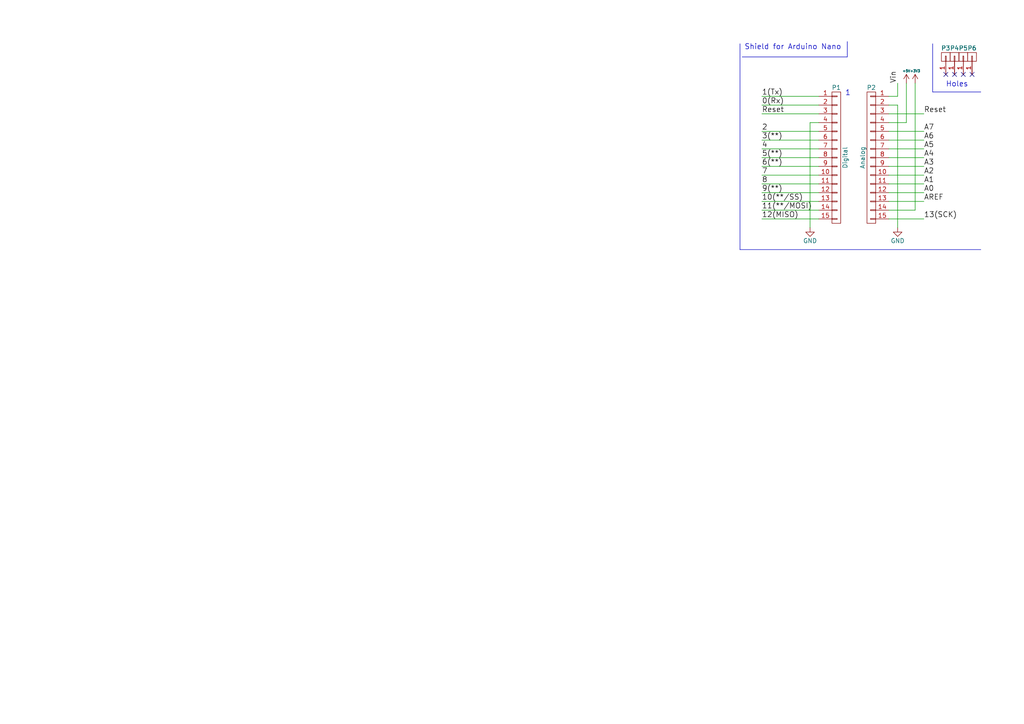
<source format=kicad_sch>
(kicad_sch (version 20230121) (generator eeschema)
  (paper "A4")
  (title_block (date "jeu. 02 avril 2015"))
  (lib_symbols
    (symbol "Arduino_Nano-rescue:+3.3V" (power) (pin_names (offset 0))
      (property "Value" "+3.3V" (at 0 3.556 0))
      (symbol "+3.3V_0_1"
        (polyline (pts (xy -0.762 1.27) (xy 0 2.54)))
        (polyline (pts (xy 0 0) (xy 0 2.54)))
        (polyline (pts (xy 0 2.54) (xy 0.762 1.27)))
      )
      (symbol "+3.3V_1_1"
        (pin power_in line (at 0 0 90) (length 0) hide (name "+3V3") (number "1"))
      )
    )
    (symbol "Arduino_Nano-rescue:+5V" (power) (pin_names (offset 0))
      (property "Value" "+5V" (at 0 3.556 0))
      (symbol "+5V_0_1"
        (polyline (pts (xy -0.762 1.27) (xy 0 2.54)))
        (polyline (pts (xy 0 0) (xy 0 2.54)))
        (polyline (pts (xy 0 2.54) (xy 0.762 1.27)))
      )
      (symbol "+5V_1_1"
        (pin power_in line (at 0 0 90) (length 0) hide (name "+5V") (number "1"))
      )
    )
    (symbol "Arduino_Nano-rescue:CONN_01X01" (pin_names (offset 1.016) hide)
      (property "Reference" "P" (at 0 2.54 0))
      (property "Value" "CONN_01X01" (at 2.54 0 90))
      (symbol "CONN_01X01_0_1"
        (rectangle (start -1.27 0.127) (end 0.254 -0.127))
        (rectangle (start -1.27 1.27) (end 1.27 -1.27))
      )
      (symbol "CONN_01X01_1_1"
        (pin passive line (at -5.08 0 0) (length 3.81) (name "P1") (number "1"))
      )
    )
    (symbol "Arduino_Nano-rescue:CONN_01X15" (pin_names (offset 1.016) hide)
      (property "Reference" "P" (at 0 20.32 0))
      (property "Value" "CONN_01X15" (at 2.54 0 90))
      (symbol "CONN_01X15_0_1"
        (rectangle (start -1.27 -17.653) (end 0.254 -17.907))
        (rectangle (start -1.27 -15.113) (end 0.254 -15.367))
        (rectangle (start -1.27 -12.573) (end 0.254 -12.827))
        (rectangle (start -1.27 -10.033) (end 0.254 -10.287))
        (rectangle (start -1.27 -7.493) (end 0.254 -7.747))
        (rectangle (start -1.27 -4.953) (end 0.254 -5.207))
        (rectangle (start -1.27 -2.413) (end 0.254 -2.667))
        (rectangle (start -1.27 0.127) (end 0.254 -0.127))
        (rectangle (start -1.27 2.667) (end 0.254 2.413))
        (rectangle (start -1.27 5.207) (end 0.254 4.953))
        (rectangle (start -1.27 7.747) (end 0.254 7.493))
        (rectangle (start -1.27 10.287) (end 0.254 10.033))
        (rectangle (start -1.27 12.827) (end 0.254 12.573))
        (rectangle (start -1.27 15.367) (end 0.254 15.113))
        (rectangle (start -1.27 17.907) (end 0.254 17.653))
        (rectangle (start -1.27 19.05) (end 1.27 -19.05))
      )
      (symbol "CONN_01X15_1_1"
        (pin passive line (at -5.08 17.78 0) (length 3.81) (name "P1") (number "1"))
        (pin passive line (at -5.08 -5.08 0) (length 3.81) (name "P10") (number "10"))
        (pin passive line (at -5.08 -7.62 0) (length 3.81) (name "P11") (number "11"))
        (pin passive line (at -5.08 -10.16 0) (length 3.81) (name "P12") (number "12"))
        (pin passive line (at -5.08 -12.7 0) (length 3.81) (name "P13") (number "13"))
        (pin passive line (at -5.08 -15.24 0) (length 3.81) (name "P14") (number "14"))
        (pin passive line (at -5.08 -17.78 0) (length 3.81) (name "P15") (number "15"))
        (pin passive line (at -5.08 15.24 0) (length 3.81) (name "P2") (number "2"))
        (pin passive line (at -5.08 12.7 0) (length 3.81) (name "P3") (number "3"))
        (pin passive line (at -5.08 10.16 0) (length 3.81) (name "P4") (number "4"))
        (pin passive line (at -5.08 7.62 0) (length 3.81) (name "P5") (number "5"))
        (pin passive line (at -5.08 5.08 0) (length 3.81) (name "P6") (number "6"))
        (pin passive line (at -5.08 2.54 0) (length 3.81) (name "P7") (number "7"))
        (pin passive line (at -5.08 0 0) (length 3.81) (name "P8") (number "8"))
        (pin passive line (at -5.08 -2.54 0) (length 3.81) (name "P9") (number "9"))
      )
    )
    (symbol "Arduino_Nano-rescue:GND" (power) (pin_names (offset 0))
      (property "Value" "GND" (at 0 -3.81 0))
      (symbol "GND_0_1"
        (polyline (pts (xy 0 0) (xy 0 -1.27) (xy 1.27 -1.27) (xy 0 -2.54) (xy -1.27 -1.27) (xy 0 -1.27)))
      )
      (symbol "GND_1_1"
        (pin power_in line (at 0 0 270) (length 0) hide (name "GND") (number "1"))
      )
    )
  )
  (no_connect (at 276.86 21.59))
  (no_connect (at 281.94 21.59))
  (no_connect (at 274.32 21.59))
  (no_connect (at 279.4 21.59))
  (wire (pts (xy 220.98 43.18) (xy 237.49 43.18)))
  (wire (pts (xy 260.35 66.04) (xy 260.35 30.48)))
  (wire (pts (xy 220.98 58.42) (xy 237.49 58.42)))
  (wire (pts (xy 267.97 33.02) (xy 257.81 33.02)))
  (wire (pts (xy 237.49 33.02) (xy 220.98 33.02)))
  (wire (pts (xy 257.81 63.5) (xy 267.97 63.5)))
  (wire (pts (xy 237.49 50.8) (xy 220.98 50.8)))
  (wire (pts (xy 267.97 43.18) (xy 257.81 43.18)))
  (polyline (pts (xy 284.48 26.67) (xy 270.51 26.67)))
  (wire (pts (xy 257.81 53.34) (xy 267.97 53.34)))
  (wire (pts (xy 234.95 35.56) (xy 234.95 66.04)))
  (polyline (pts (xy 214.63 72.39) (xy 214.63 12.7)))
  (wire (pts (xy 257.81 27.94) (xy 260.35 27.94)))
  (polyline (pts (xy 245.745 16.51) (xy 245.745 12.065)))
  (wire (pts (xy 267.97 50.8) (xy 257.81 50.8)))
  (wire (pts (xy 220.98 63.5) (xy 237.49 63.5)))
  (polyline (pts (xy 270.51 26.67) (xy 270.51 12.7)))
  (wire (pts (xy 257.81 45.72) (xy 267.97 45.72)))
  (wire (pts (xy 237.49 35.56) (xy 234.95 35.56)))
  (wire (pts (xy 267.97 40.64) (xy 257.81 40.64)))
  (wire (pts (xy 260.35 30.48) (xy 257.81 30.48)))
  (wire (pts (xy 220.98 53.34) (xy 237.49 53.34)))
  (wire (pts (xy 265.43 60.96) (xy 257.81 60.96)))
  (wire (pts (xy 267.97 48.26) (xy 257.81 48.26)))
  (wire (pts (xy 237.49 55.88) (xy 220.98 55.88)))
  (wire (pts (xy 257.81 38.1) (xy 267.97 38.1)))
  (polyline (pts (xy 215.265 16.51) (xy 245.745 16.51)))
  (wire (pts (xy 262.89 24.13) (xy 262.89 35.56)))
  (wire (pts (xy 237.49 27.94) (xy 220.98 27.94)))
  (wire (pts (xy 267.97 58.42) (xy 257.81 58.42)))
  (wire (pts (xy 237.49 60.96) (xy 220.98 60.96)))
  (wire (pts (xy 265.43 24.13) (xy 265.43 60.96)))
  (wire (pts (xy 237.49 40.64) (xy 220.98 40.64)))
  (wire (pts (xy 267.97 55.88) (xy 257.81 55.88)))
  (wire (pts (xy 237.49 45.72) (xy 220.98 45.72)))
  (wire (pts (xy 220.98 48.26) (xy 237.49 48.26)))
  (polyline (pts (xy 284.48 72.39) (xy 214.63 72.39)))
  (wire (pts (xy 262.89 35.56) (xy 257.81 35.56)))
  (wire (pts (xy 220.98 30.48) (xy 237.49 30.48)))
  (wire (pts (xy 220.98 38.1) (xy 237.49 38.1)))
  (wire (pts (xy 260.35 27.94) (xy 260.35 24.13)))
  (text "1" (at 245.11 27.94 0) (effects (font (size 1.524 1.524)) (justify left bottom)))
  (text "Shield for Arduino Nano" (at 215.9 14.605 0) (effects (font (size 1.524 1.524)) (justify left bottom)))
  (text "Holes" (at 274.32 25.4 0) (effects (font (size 1.524 1.524)) (justify left bottom)))
  (label "6(**)" (at 220.98 48.26 0) (effects (font (size 1.524 1.524))))
  (label "AREF" (at 267.97 58.42 0) (effects (font (size 1.524 1.524))))
  (label "1(Tx)" (at 220.98 27.94 0) (effects (font (size 1.524 1.524))))
  (label "A7" (at 267.97 38.1 0) (effects (font (size 1.524 1.524))))
  (label "10(**/SS)" (at 220.98 58.42 0) (effects (font (size 1.524 1.524))))
  (label "11(**/MOSI)" (at 220.98 60.96 0) (effects (font (size 1.524 1.524))))
  (label "3(**)" (at 220.98 40.64 0) (effects (font (size 1.524 1.524))))
  (label "12(MISO)" (at 220.98 63.5 0) (effects (font (size 1.524 1.524))))
  (label "A1" (at 267.97 53.34 0) (effects (font (size 1.524 1.524))))
  (label "2" (at 220.98 38.1 0) (effects (font (size 1.524 1.524))))
  (label "5(**)" (at 220.98 45.72 0) (effects (font (size 1.524 1.524))))
  (label "9(**)" (at 220.98 55.88 0) (effects (font (size 1.524 1.524))))
  (label "8" (at 220.98 53.34 0) (effects (font (size 1.524 1.524))))
  (label "A2" (at 267.97 50.8 0) (effects (font (size 1.524 1.524))))
  (label "Reset" (at 220.98 33.02 0) (effects (font (size 1.524 1.524))))
  (label "A0" (at 267.97 55.88 0) (effects (font (size 1.524 1.524))))
  (label "A5" (at 267.97 43.18 0) (effects (font (size 1.524 1.524))))
  (label "13(SCK)" (at 267.97 63.5 0) (effects (font (size 1.524 1.524))))
  (label "Reset" (at 267.97 33.02 0) (effects (font (size 1.524 1.524))))
  (label "A4" (at 267.97 45.72 0) (effects (font (size 1.524 1.524))))
  (label "0(Rx)" (at 220.98 30.48 0) (effects (font (size 1.524 1.524))))
  (label "A3" (at 267.97 48.26 0) (effects (font (size 1.524 1.524))))
  (label "7" (at 220.98 50.8 0) (effects (font (size 1.524 1.524))))
  (label "4" (at 220.98 43.18 0) (effects (font (size 1.524 1.524))))
  (label "Vin" (at 260.35 24.13 90) (effects (font (size 1.524 1.524))))
  (label "A6" (at 267.97 40.64 0) (effects (font (size 1.524 1.524))))
  (symbol (lib_id "Arduino_Nano-rescue:CONN_01X01") (at 274.32 16.51 90) (unit 1)
    (property "Reference" "P3" (at 274.32 13.97 90))
    (property "Value" "CONN_01X01" (effects hide))
    (property "Footprint" "Socket_Arduino_Nano:1pin_Nano" (effects hide))
  )
  (symbol (lib_id "Arduino_Nano-rescue:CONN_01X01") (at 276.86 16.51 90) (unit 1)
    (property "Reference" "P4" (at 276.86 13.97 90))
    (property "Value" "CONN_01X01" (effects hide))
    (property "Footprint" "Socket_Arduino_Nano:1pin_Nano" (effects hide))
  )
  (symbol (lib_id "Arduino_Nano-rescue:CONN_01X01") (at 279.4 16.51 90) (unit 1)
    (property "Reference" "P5" (at 279.4 13.97 90))
    (property "Value" "CONN_01X01" (effects hide))
    (property "Footprint" "Socket_Arduino_Nano:1pin_Nano" (effects hide))
  )
  (symbol (lib_id "Arduino_Nano-rescue:CONN_01X01") (at 281.94 16.51 90) (unit 1)
    (property "Reference" "P6" (at 281.94 13.97 90))
    (property "Value" "CONN_01X01" (effects hide))
    (property "Footprint" "Socket_Arduino_Nano:1pin_Nano" (effects hide))
  )
  (symbol (lib_id "Arduino_Nano-rescue:CONN_01X15") (at 242.57 45.72 0) (unit 1)
    (property "Reference" "P1" (at 242.57 25.4 0))
    (property "Value" "Digital" (at 245.11 45.72 90))
    (property "Footprint" "Socket_Arduino_Nano:Socket_Strip_Arduino_1x15" (effects hide))
  )
  (symbol (lib_id "Arduino_Nano-rescue:CONN_01X15") (at 252.73 45.72 0) (mirror y) (unit 1)
    (property "Reference" "P2" (at 252.73 25.4 0))
    (property "Value" "Analog" (at 250.19 45.72 90))
    (property "Footprint" "Socket_Arduino_Nano:Socket_Strip_Arduino_1x15" (effects hide))
  )
  (symbol (lib_id "Arduino_Nano-rescue:GND") (at 234.95 66.04 0) (unit 1)
    (property "Reference" "#PWR01" (effects hide))
    (property "Value" "GND" (at 234.95 69.85 0))
  )
  (symbol (lib_id "Arduino_Nano-rescue:GND") (at 260.35 66.04 0) (unit 1)
    (property "Reference" "#PWR02" (effects hide))
    (property "Value" "GND" (at 260.35 69.85 0))
  )
  (symbol (lib_id "Arduino_Nano-rescue:+5V") (at 262.89 24.13 0) (unit 1)
    (property "Reference" "#PWR03" (effects hide))
    (property "Value" "+5V" (at 262.89 20.574 0) (effects (font (size 0.7112 0.7112))))
  )
  (symbol (lib_id "Arduino_Nano-rescue:+3.3V") (at 265.43 24.13 0) (unit 1)
    (property "Reference" "#PWR04" (effects hide))
    (property "Value" "+3.3V" (at 265.43 20.574 0) (effects (font (size 0.7112 0.7112))))
  )
)
</source>
